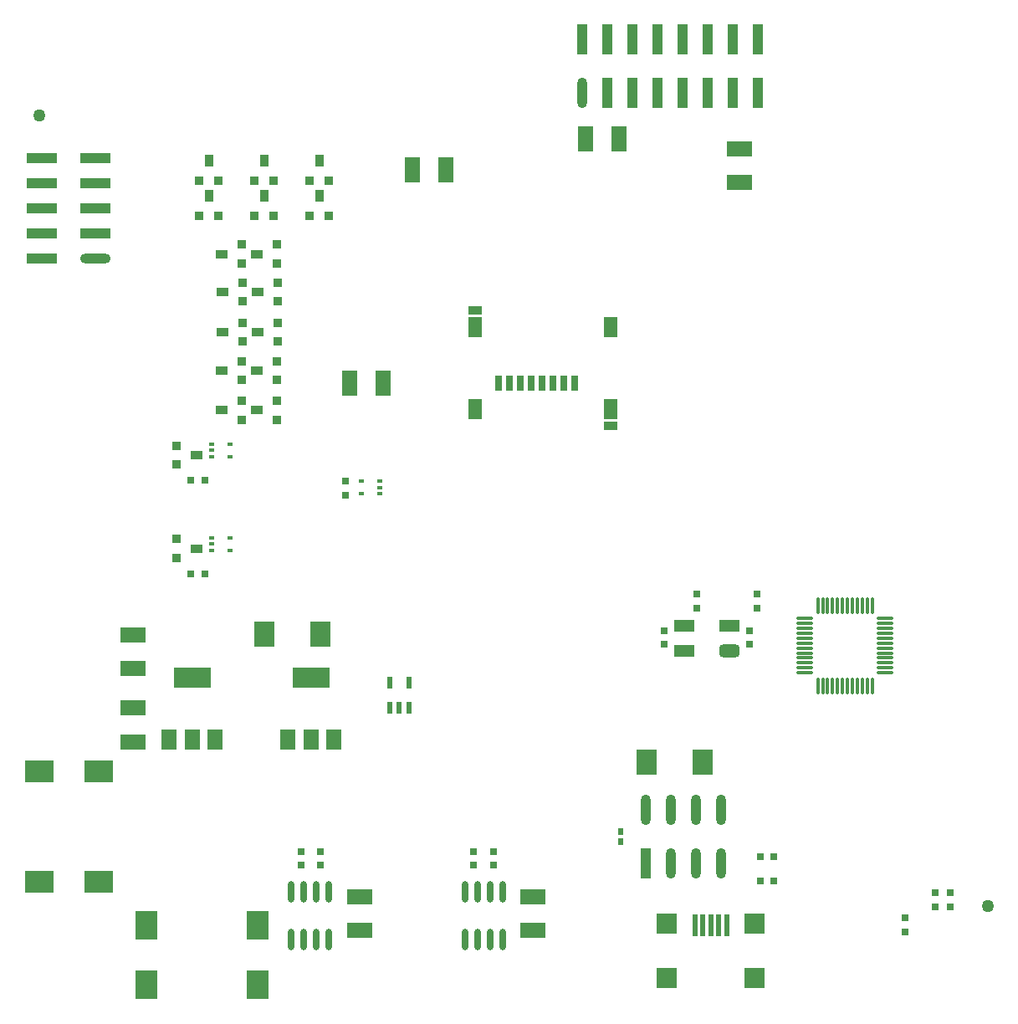
<source format=gtp>
%FSLAX24Y24*%
%MOIN*%
G70*
G01*
G75*
G04 Layer_Color=8421504*
%ADD10O,0.0709X0.0118*%
%ADD11O,0.0118X0.0709*%
%ADD12R,0.0571X0.0787*%
%ADD13R,0.0571X0.0354*%
%ADD14R,0.0315X0.0591*%
%ADD15R,0.0500X0.0360*%
%ADD16R,0.0360X0.0360*%
%ADD17R,0.0360X0.0500*%
%ADD18R,0.0360X0.0360*%
%ADD19R,0.0200X0.0500*%
%ADD20O,0.0394X0.1220*%
%ADD21R,0.0394X0.1220*%
%ADD22R,0.0200X0.0250*%
%ADD23R,0.0300X0.0300*%
%ADD24R,0.0236X0.0165*%
%ADD25R,0.0600X0.1000*%
%ADD26R,0.1000X0.0600*%
%ADD27R,0.0197X0.0906*%
%ADD28R,0.0787X0.0787*%
%ADD29R,0.0787X0.0984*%
%ADD30C,0.0500*%
%ADD31R,0.1181X0.0866*%
%ADD32R,0.0300X0.0300*%
%ADD33R,0.0866X0.1181*%
%ADD34O,0.0236X0.0866*%
%ADD35R,0.0590X0.0790*%
%ADD36R,0.1500X0.0790*%
%ADD37O,0.1220X0.0394*%
%ADD38R,0.1220X0.0394*%
%ADD39R,0.0787X0.0512*%
G04:AMPARAMS|DCode=40|XSize=78.7mil|YSize=51.2mil|CornerRadius=12.8mil|HoleSize=0mil|Usage=FLASHONLY|Rotation=180.000|XOffset=0mil|YOffset=0mil|HoleType=Round|Shape=RoundedRectangle|*
%AMROUNDEDRECTD40*
21,1,0.0787,0.0256,0,0,180.0*
21,1,0.0532,0.0512,0,0,180.0*
1,1,0.0256,-0.0266,0.0128*
1,1,0.0256,0.0266,0.0128*
1,1,0.0256,0.0266,-0.0128*
1,1,0.0256,-0.0266,-0.0128*
%
%ADD40ROUNDEDRECTD40*%
%ADD41C,0.0400*%
%ADD42C,0.0100*%
%ADD43C,0.0150*%
%ADD44C,0.0120*%
%ADD45C,0.0800*%
%ADD46C,0.1000*%
%ADD47C,0.0200*%
%ADD48C,0.0300*%
%ADD49C,0.0700*%
%ADD50C,0.0500*%
%ADD51C,0.0250*%
%ADD52C,0.0600*%
%ADD53R,0.4331X0.2953*%
%ADD54R,0.2362X0.2165*%
%ADD55R,0.3740X0.2953*%
%ADD56R,0.1378X0.0984*%
%ADD57R,0.5315X0.1378*%
%ADD58R,0.0591X0.0787*%
%ADD59R,0.0800X0.0800*%
%ADD60R,0.2510X0.3090*%
%ADD61R,0.0700X0.0700*%
%ADD62C,0.0700*%
%ADD63C,0.0591*%
%ADD64C,0.0900*%
%ADD65C,0.0354*%
%ADD66C,0.1000*%
%ADD67R,0.0700X0.0700*%
%ADD68C,0.0600*%
%ADD69C,0.2500*%
%ADD70C,0.0757*%
%ADD71C,0.0512*%
%ADD72C,0.0276*%
%ADD73R,0.0433X0.0492*%
%ADD74O,0.0800X0.0240*%
%ADD75R,0.0800X0.0240*%
%ADD76O,0.0240X0.0800*%
%ADD77R,0.0240X0.0800*%
%ADD78O,0.0827X0.0177*%
%ADD79O,0.0500X0.1000*%
%ADD80R,0.0500X0.1000*%
%ADD81O,0.1000X0.0500*%
%ADD82R,0.1000X0.0500*%
%ADD83R,0.0400X0.0500*%
%ADD84R,0.0500X0.0400*%
%ADD85R,0.0492X0.0433*%
%ADD86R,0.1280X0.1280*%
G04:AMPARAMS|DCode=87|XSize=9.8mil|YSize=35.4mil|CornerRadius=2.5mil|HoleSize=0mil|Usage=FLASHONLY|Rotation=0.000|XOffset=0mil|YOffset=0mil|HoleType=Round|Shape=RoundedRectangle|*
%AMROUNDEDRECTD87*
21,1,0.0098,0.0305,0,0,0.0*
21,1,0.0049,0.0354,0,0,0.0*
1,1,0.0049,0.0025,-0.0153*
1,1,0.0049,-0.0025,-0.0153*
1,1,0.0049,-0.0025,0.0153*
1,1,0.0049,0.0025,0.0153*
%
%ADD87ROUNDEDRECTD87*%
%ADD88R,0.0098X0.0354*%
%ADD89R,0.0354X0.0098*%
%ADD90R,0.0157X0.1575*%
%ADD91O,0.0157X0.1575*%
%ADD92R,0.0906X0.0906*%
%ADD93R,0.0906X0.0906*%
%ADD94R,0.0250X0.0200*%
%ADD95R,0.0157X0.0276*%
%ADD96O,0.0157X0.0276*%
%ADD97R,0.2362X0.3543*%
%ADD98R,0.5315X0.1575*%
%ADD99C,0.0040*%
%ADD100C,0.0098*%
%ADD101C,0.0236*%
%ADD102C,0.0050*%
%ADD103C,0.0079*%
%ADD104C,0.0060*%
%ADD105C,0.0080*%
%ADD106C,0.0059*%
%ADD107R,0.0197X0.0300*%
%ADD108R,0.0996X0.1000*%
%ADD109R,0.1000X0.0996*%
D10*
X34494Y15186D02*
D03*
Y14792D02*
D03*
Y14989D02*
D03*
Y15383D02*
D03*
Y14005D02*
D03*
Y13808D02*
D03*
Y13217D02*
D03*
Y13414D02*
D03*
Y13611D02*
D03*
Y14202D02*
D03*
X31306Y14398D02*
D03*
Y14595D02*
D03*
Y14792D02*
D03*
Y14989D02*
D03*
Y15186D02*
D03*
Y15383D02*
D03*
Y13808D02*
D03*
Y13611D02*
D03*
Y13414D02*
D03*
Y13217D02*
D03*
Y14005D02*
D03*
Y14202D02*
D03*
X34494Y14398D02*
D03*
Y14595D02*
D03*
D11*
X33195Y12706D02*
D03*
X33392D02*
D03*
X31817Y15894D02*
D03*
X32014D02*
D03*
X32605D02*
D03*
X33983Y12706D02*
D03*
X33786D02*
D03*
X33589D02*
D03*
X32998D02*
D03*
X32802D02*
D03*
X32605D02*
D03*
X32408D02*
D03*
X32211D02*
D03*
X32014D02*
D03*
X31817D02*
D03*
X33983Y15894D02*
D03*
X33195D02*
D03*
X32998D02*
D03*
X32802D02*
D03*
X32408D02*
D03*
X32211D02*
D03*
X33392D02*
D03*
X33589D02*
D03*
X33786D02*
D03*
D12*
X23573Y26988D02*
D03*
Y23720D02*
D03*
X18159D02*
D03*
Y26988D02*
D03*
D13*
X23573Y23051D02*
D03*
X18159Y27657D02*
D03*
D14*
X22126Y24744D02*
D03*
X21693D02*
D03*
X21260D02*
D03*
X20827D02*
D03*
X20394D02*
D03*
X19961D02*
D03*
X19528D02*
D03*
X19094D02*
D03*
D15*
X8070Y23678D02*
D03*
X9470D02*
D03*
X8075Y25255D02*
D03*
X9475D02*
D03*
X8108Y26790D02*
D03*
X9508D02*
D03*
X8084Y28403D02*
D03*
X9484D02*
D03*
X8075Y29905D02*
D03*
X9475D02*
D03*
X7052Y18163D02*
D03*
Y21894D02*
D03*
D16*
X8870Y24048D02*
D03*
Y23298D02*
D03*
X10270Y24048D02*
D03*
Y23298D02*
D03*
X8875Y25625D02*
D03*
Y24875D02*
D03*
X10275Y25625D02*
D03*
Y24875D02*
D03*
X8908Y27160D02*
D03*
Y26410D02*
D03*
X10308Y27160D02*
D03*
Y26410D02*
D03*
X8884Y28773D02*
D03*
Y28023D02*
D03*
X10284Y28773D02*
D03*
Y28023D02*
D03*
X8875Y30275D02*
D03*
Y29525D02*
D03*
X10275Y30275D02*
D03*
Y29525D02*
D03*
X6252Y18543D02*
D03*
Y17793D02*
D03*
Y22274D02*
D03*
Y21524D02*
D03*
D17*
X7555Y33625D02*
D03*
Y32225D02*
D03*
X9755Y33625D02*
D03*
Y32225D02*
D03*
X11955Y33625D02*
D03*
Y32225D02*
D03*
D18*
X7925Y32825D02*
D03*
X7175D02*
D03*
X7925Y31425D02*
D03*
X7175D02*
D03*
X10125Y32825D02*
D03*
X9375D02*
D03*
X10125Y31425D02*
D03*
X9375D02*
D03*
X12325Y32825D02*
D03*
X11575D02*
D03*
X12325Y31425D02*
D03*
X11575D02*
D03*
D19*
X15514Y12811D02*
D03*
X14764Y11811D02*
D03*
X15514D02*
D03*
X15134Y11811D02*
D03*
X14764Y12811D02*
D03*
D20*
X27953Y5630D02*
D03*
X26953D02*
D03*
X25953D02*
D03*
X24953Y7756D02*
D03*
X25953D02*
D03*
X26953D02*
D03*
X27953D02*
D03*
X22441Y36339D02*
D03*
D21*
X24953Y5630D02*
D03*
X23441Y36339D02*
D03*
X24441D02*
D03*
X25441D02*
D03*
X26441D02*
D03*
X27441D02*
D03*
X28441D02*
D03*
X29441D02*
D03*
Y38465D02*
D03*
X28441D02*
D03*
X27441D02*
D03*
X26441D02*
D03*
X25441D02*
D03*
X24441D02*
D03*
X23441D02*
D03*
X22441D02*
D03*
D22*
X23966Y6496D02*
D03*
Y6896D02*
D03*
D23*
X29528Y4921D02*
D03*
X30078D02*
D03*
X29528Y5906D02*
D03*
X30078D02*
D03*
X6842Y17165D02*
D03*
X7392D02*
D03*
X6842Y20896D02*
D03*
X7392D02*
D03*
D24*
X7650Y18346D02*
D03*
Y18602D02*
D03*
Y18090D02*
D03*
X8398Y18090D02*
D03*
Y18602D02*
D03*
X7650Y22077D02*
D03*
Y22333D02*
D03*
Y21821D02*
D03*
X8398Y21821D02*
D03*
Y22333D02*
D03*
X14374Y20600D02*
D03*
Y20344D02*
D03*
Y20856D02*
D03*
X13626Y20856D02*
D03*
Y20344D02*
D03*
D25*
X14500Y24750D02*
D03*
X13150D02*
D03*
X17000Y33250D02*
D03*
X15650D02*
D03*
X22550Y34500D02*
D03*
X23900D02*
D03*
D26*
X28700Y32750D02*
D03*
Y34100D02*
D03*
X20472Y4303D02*
D03*
Y2953D02*
D03*
X13551Y4303D02*
D03*
Y2953D02*
D03*
X4528Y13386D02*
D03*
Y14736D02*
D03*
Y11811D02*
D03*
Y10461D02*
D03*
D27*
X26929Y3150D02*
D03*
X27244D02*
D03*
X27559D02*
D03*
X27874D02*
D03*
X28189D02*
D03*
D28*
X25807Y3209D02*
D03*
X29311D02*
D03*
Y1043D02*
D03*
X25807D02*
D03*
D29*
X27244Y9646D02*
D03*
X25000D02*
D03*
X9764Y14764D02*
D03*
X12008D02*
D03*
D30*
X787Y35433D02*
D03*
X38583Y3937D02*
D03*
D31*
X3150Y4882D02*
D03*
X787D02*
D03*
Y9291D02*
D03*
X3150D02*
D03*
D32*
X11220Y5552D02*
D03*
Y6102D02*
D03*
X12008Y5552D02*
D03*
Y6102D02*
D03*
X18110Y5552D02*
D03*
Y6102D02*
D03*
X18898Y5552D02*
D03*
Y6102D02*
D03*
X13000Y20300D02*
D03*
Y20850D02*
D03*
X37100Y3900D02*
D03*
Y4450D02*
D03*
X36500Y3900D02*
D03*
Y4450D02*
D03*
X35300Y2900D02*
D03*
Y3450D02*
D03*
X29100Y14350D02*
D03*
Y14900D02*
D03*
X25700Y14350D02*
D03*
Y14900D02*
D03*
X27000Y16350D02*
D03*
Y15800D02*
D03*
X29400Y16350D02*
D03*
Y15800D02*
D03*
D33*
X9488Y3150D02*
D03*
Y787D02*
D03*
X5079D02*
D03*
Y3150D02*
D03*
D34*
X10833Y2598D02*
D03*
X11333D02*
D03*
X11833D02*
D03*
X12333D02*
D03*
X10833Y4488D02*
D03*
X11333D02*
D03*
X11833D02*
D03*
X12333D02*
D03*
X17754Y2598D02*
D03*
X18254D02*
D03*
X18754D02*
D03*
X19254D02*
D03*
X17754Y4488D02*
D03*
X18254D02*
D03*
X18754D02*
D03*
X19254D02*
D03*
D35*
X7800Y10544D02*
D03*
X6890D02*
D03*
X5980D02*
D03*
X12524D02*
D03*
X11614D02*
D03*
X10704D02*
D03*
D36*
X6890Y13024D02*
D03*
X11614D02*
D03*
D37*
X3031Y29724D02*
D03*
D38*
Y30724D02*
D03*
Y31724D02*
D03*
Y32724D02*
D03*
Y33724D02*
D03*
X906D02*
D03*
Y32724D02*
D03*
Y31724D02*
D03*
Y30724D02*
D03*
Y29724D02*
D03*
D39*
X28311Y15084D02*
D03*
X26500D02*
D03*
Y14100D02*
D03*
D40*
X28311D02*
D03*
M02*

</source>
